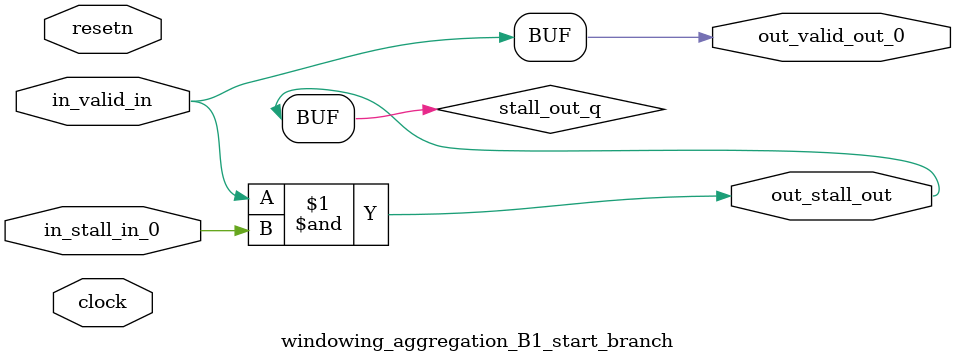
<source format=sv>



(* altera_attribute = "-name AUTO_SHIFT_REGISTER_RECOGNITION OFF; -name MESSAGE_DISABLE 10036; -name MESSAGE_DISABLE 10037; -name MESSAGE_DISABLE 14130; -name MESSAGE_DISABLE 14320; -name MESSAGE_DISABLE 15400; -name MESSAGE_DISABLE 14130; -name MESSAGE_DISABLE 10036; -name MESSAGE_DISABLE 12020; -name MESSAGE_DISABLE 12030; -name MESSAGE_DISABLE 12010; -name MESSAGE_DISABLE 12110; -name MESSAGE_DISABLE 14320; -name MESSAGE_DISABLE 13410; -name MESSAGE_DISABLE 113007; -name MESSAGE_DISABLE 10958" *)
module windowing_aggregation_B1_start_branch (
    input wire [0:0] in_stall_in_0,
    input wire [0:0] in_valid_in,
    output wire [0:0] out_stall_out,
    output wire [0:0] out_valid_out_0,
    input wire clock,
    input wire resetn
    );

    wire [0:0] stall_out_q;


    // stall_out(LOGICAL,6)
    assign stall_out_q = in_valid_in & in_stall_in_0;

    // out_stall_out(GPOUT,4)
    assign out_stall_out = stall_out_q;

    // out_valid_out_0(GPOUT,5)
    assign out_valid_out_0 = in_valid_in;

endmodule

</source>
